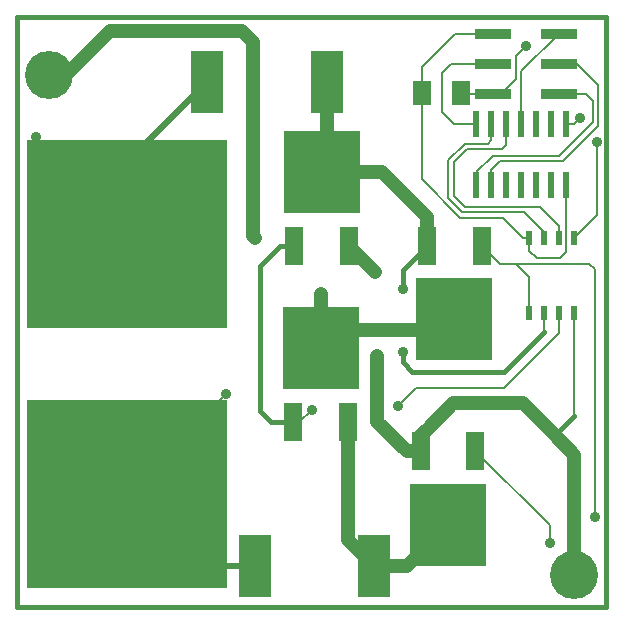
<source format=gtl>
G04 (created by PCBNEW-RS274X (2012-01-19 BZR 3256)-stable) date 2/17/2013 5:40:49 PM*
G01*
G70*
G90*
%MOIN*%
G04 Gerber Fmt 3.4, Leading zero omitted, Abs format*
%FSLAX34Y34*%
G04 APERTURE LIST*
%ADD10C,0.006000*%
%ADD11C,0.015000*%
%ADD12R,0.119000X0.038000*%
%ADD13R,0.669300X0.629900*%
%ADD14C,0.160000*%
%ADD15R,0.024000X0.086900*%
%ADD16R,0.063000X0.126000*%
%ADD17R,0.255900X0.275600*%
%ADD18R,0.020000X0.045000*%
%ADD19R,0.110000X0.209000*%
%ADD20R,0.060000X0.080000*%
%ADD21C,0.035000*%
%ADD22C,0.008000*%
%ADD23C,0.047200*%
%ADD24C,0.019700*%
%ADD25C,0.015700*%
G04 APERTURE END LIST*
G54D10*
G54D11*
X39724Y-24642D02*
X39756Y-24642D01*
X39724Y-44311D02*
X39724Y-24642D01*
X59358Y-44311D02*
X39724Y-44311D01*
X59358Y-24642D02*
X59358Y-44311D01*
X39724Y-24642D02*
X59358Y-24642D01*
G54D12*
X55595Y-27208D03*
X55595Y-26208D03*
X55595Y-25208D03*
X57775Y-27208D03*
X57775Y-26208D03*
X57775Y-25208D03*
G54D13*
X43386Y-40536D03*
X43386Y-31874D03*
G54D14*
X58299Y-43260D03*
X40783Y-26575D03*
G54D15*
X58036Y-28210D03*
X57536Y-28210D03*
X57036Y-28210D03*
X56536Y-28210D03*
X56036Y-28210D03*
X55536Y-28210D03*
X55036Y-28210D03*
X55036Y-30260D03*
X55536Y-30260D03*
X56036Y-30260D03*
X56536Y-30260D03*
X57036Y-30260D03*
X57536Y-30260D03*
X58036Y-30260D03*
G54D16*
X55205Y-32270D03*
X53393Y-32270D03*
G54D17*
X54299Y-34730D03*
G54D16*
X48968Y-32273D03*
X50780Y-32273D03*
G54D17*
X49874Y-29813D03*
G54D16*
X55004Y-39116D03*
X53192Y-39116D03*
G54D17*
X54098Y-41576D03*
G54D16*
X48933Y-38155D03*
X50745Y-38155D03*
G54D17*
X49839Y-35695D03*
G54D18*
X58289Y-34506D03*
X57789Y-34506D03*
X57289Y-34506D03*
X56789Y-34506D03*
X56789Y-32006D03*
X57289Y-32006D03*
X57789Y-32006D03*
X58289Y-32006D03*
G54D19*
X47645Y-42945D03*
X51615Y-42945D03*
X50040Y-26811D03*
X46070Y-26811D03*
G54D20*
X54508Y-27169D03*
X53208Y-27169D03*
G54D21*
X56681Y-25630D03*
X58488Y-28020D03*
X59039Y-28803D03*
X40339Y-28646D03*
X46673Y-37220D03*
X51728Y-35953D03*
X51642Y-33142D03*
X49850Y-33882D03*
X47654Y-32031D03*
X52571Y-35811D03*
X52571Y-33701D03*
X52409Y-37610D03*
X49551Y-37740D03*
X57480Y-42181D03*
X58980Y-41327D03*
G54D22*
X55866Y-27208D02*
X56354Y-26720D01*
X55595Y-27208D02*
X54547Y-27208D01*
X58488Y-28020D02*
X58298Y-28210D01*
X58298Y-28210D02*
X58036Y-28210D01*
X55595Y-27208D02*
X55866Y-27208D01*
X56354Y-26720D02*
X56354Y-25957D01*
X54547Y-27208D02*
X54508Y-27169D01*
X56354Y-25957D02*
X56681Y-25630D01*
X59039Y-31256D02*
X59039Y-28803D01*
X59039Y-31256D02*
X58289Y-32006D01*
X56604Y-32006D02*
X56789Y-32006D01*
X54493Y-31335D02*
X55933Y-31335D01*
X55933Y-31335D02*
X56604Y-32006D01*
X54312Y-25208D02*
X55595Y-25208D01*
X56789Y-32442D02*
X56789Y-32006D01*
X58036Y-30260D02*
X58036Y-32473D01*
X58036Y-32473D02*
X57811Y-32698D01*
X57811Y-32698D02*
X57045Y-32698D01*
X57045Y-32698D02*
X56789Y-32442D01*
X53208Y-27169D02*
X53208Y-30050D01*
X53208Y-30050D02*
X54493Y-31335D01*
X53208Y-27169D02*
X53208Y-26312D01*
X53208Y-26312D02*
X54312Y-25208D01*
G54D23*
X50745Y-42075D02*
X51615Y-42945D01*
X50745Y-38155D02*
X50745Y-42075D01*
X51615Y-42945D02*
X52729Y-42945D01*
X52729Y-42945D02*
X54098Y-41576D01*
G54D24*
X45795Y-42945D02*
X43386Y-40536D01*
G54D22*
X43386Y-40507D02*
X43386Y-40536D01*
G54D24*
X47645Y-42945D02*
X45795Y-42945D01*
X43386Y-31874D02*
X43386Y-29495D01*
G54D22*
X46673Y-37220D02*
X43386Y-40507D01*
G54D24*
X43386Y-29495D02*
X46070Y-26811D01*
G54D22*
X40339Y-28646D02*
X43386Y-31693D01*
X43386Y-31874D02*
X43386Y-31693D01*
G54D23*
X51642Y-33135D02*
X51642Y-33142D01*
X53192Y-39116D02*
X53192Y-38591D01*
X52706Y-39116D02*
X53192Y-39116D01*
X54252Y-37531D02*
X56598Y-37531D01*
X53192Y-38591D02*
X53372Y-38411D01*
X51728Y-38138D02*
X52706Y-39116D01*
X57654Y-38587D02*
X58299Y-39232D01*
X58299Y-39232D02*
X58299Y-43260D01*
X51728Y-35953D02*
X51728Y-38138D01*
X50780Y-32273D02*
X51642Y-33135D01*
X56598Y-37531D02*
X57654Y-38587D01*
G54D25*
X58289Y-37952D02*
X57654Y-38587D01*
G54D22*
X58289Y-34506D02*
X58289Y-37952D01*
G54D23*
X53372Y-38411D02*
X54252Y-37531D01*
G54D22*
X55410Y-28870D02*
X55536Y-28744D01*
X57289Y-31821D02*
X56621Y-31153D01*
X56621Y-31153D02*
X54569Y-31153D01*
X54098Y-29414D02*
X54642Y-28870D01*
X55536Y-28744D02*
X55536Y-28210D01*
X57289Y-32006D02*
X57289Y-31821D01*
X54642Y-28870D02*
X55410Y-28870D01*
X54569Y-31153D02*
X54098Y-30682D01*
X54098Y-30682D02*
X54098Y-29414D01*
X55877Y-29059D02*
X54711Y-29059D01*
X54280Y-29490D02*
X54280Y-30606D01*
X54711Y-29059D02*
X54280Y-29490D01*
X56036Y-28900D02*
X55877Y-29059D01*
X54280Y-30606D02*
X54645Y-30971D01*
X56036Y-28210D02*
X56036Y-28900D01*
X57789Y-31600D02*
X57789Y-32006D01*
X57160Y-30971D02*
X57789Y-31600D01*
X54645Y-30971D02*
X57160Y-30971D01*
G54D23*
X40783Y-26575D02*
X41362Y-26575D01*
X47233Y-25122D02*
X47587Y-25476D01*
X50436Y-35098D02*
X49839Y-35695D01*
X49850Y-33882D02*
X49839Y-33893D01*
X47587Y-31964D02*
X47654Y-32031D01*
X41362Y-26575D02*
X42815Y-25122D01*
X53931Y-35098D02*
X50436Y-35098D01*
X49839Y-33893D02*
X49839Y-35695D01*
X54299Y-34730D02*
X53931Y-35098D01*
X42815Y-25122D02*
X47233Y-25122D01*
X47587Y-25476D02*
X47587Y-31964D01*
G54D22*
X59098Y-26905D02*
X58401Y-26208D01*
X58401Y-26208D02*
X57775Y-26208D01*
X55536Y-30260D02*
X55536Y-29743D01*
X57920Y-29461D02*
X59098Y-28283D01*
X59098Y-28283D02*
X59098Y-26905D01*
X55536Y-29743D02*
X55818Y-29461D01*
X55818Y-29461D02*
X57920Y-29461D01*
X54296Y-28210D02*
X55036Y-28210D01*
X53902Y-26507D02*
X53902Y-27816D01*
X53902Y-27816D02*
X54296Y-28210D01*
X54201Y-26208D02*
X53902Y-26507D01*
X55595Y-26208D02*
X54201Y-26208D01*
X56536Y-26447D02*
X57775Y-25208D01*
X56536Y-28210D02*
X56536Y-26447D01*
X55571Y-29279D02*
X57786Y-29279D01*
X57786Y-29279D02*
X58916Y-28149D01*
X58677Y-27208D02*
X57775Y-27208D01*
X55036Y-30260D02*
X55036Y-29814D01*
X58916Y-27447D02*
X58677Y-27208D01*
X55036Y-29814D02*
X55571Y-29279D01*
X58916Y-28149D02*
X58916Y-27447D01*
G54D23*
X51903Y-29813D02*
X49874Y-29813D01*
X50040Y-26811D02*
X50040Y-29647D01*
G54D25*
X52571Y-33701D02*
X52571Y-33092D01*
X52879Y-36469D02*
X52571Y-36161D01*
X52571Y-33092D02*
X53393Y-32270D01*
X57282Y-35151D02*
X55964Y-36469D01*
X52571Y-36161D02*
X52571Y-35811D01*
X55964Y-36469D02*
X52879Y-36469D01*
G54D23*
X53393Y-31303D02*
X51903Y-29813D01*
X53393Y-32270D02*
X53393Y-31303D01*
G54D22*
X57289Y-35144D02*
X57289Y-34506D01*
X57282Y-35151D02*
X57289Y-35144D01*
G54D23*
X50040Y-29647D02*
X49874Y-29813D01*
G54D25*
X47835Y-37788D02*
X48202Y-38155D01*
X47835Y-33465D02*
X47835Y-37788D01*
G54D22*
X49136Y-38155D02*
X49551Y-37740D01*
G54D25*
X48202Y-38155D02*
X48933Y-38155D01*
G54D22*
X49136Y-38155D02*
X48933Y-38155D01*
G54D25*
X48502Y-32273D02*
X47835Y-32940D01*
G54D22*
X57789Y-34506D02*
X57789Y-35168D01*
X55954Y-37003D02*
X57789Y-35168D01*
G54D25*
X48968Y-32273D02*
X48502Y-32273D01*
G54D22*
X52409Y-37610D02*
X53016Y-37003D01*
X53016Y-37003D02*
X55954Y-37003D01*
G54D25*
X47835Y-32940D02*
X47835Y-33465D01*
G54D22*
X57480Y-41592D02*
X55004Y-39116D01*
X58980Y-33063D02*
X58980Y-41327D01*
X57480Y-42181D02*
X57480Y-41592D01*
X56357Y-32880D02*
X58797Y-32880D01*
X58797Y-32880D02*
X58980Y-33063D01*
X55815Y-32880D02*
X55205Y-32270D01*
X56357Y-32880D02*
X55815Y-32880D01*
X56461Y-32984D02*
X56357Y-32880D01*
X56784Y-33307D02*
X56789Y-33312D01*
X56789Y-34506D02*
X56789Y-33312D01*
X56784Y-33307D02*
X56461Y-32984D01*
M02*

</source>
